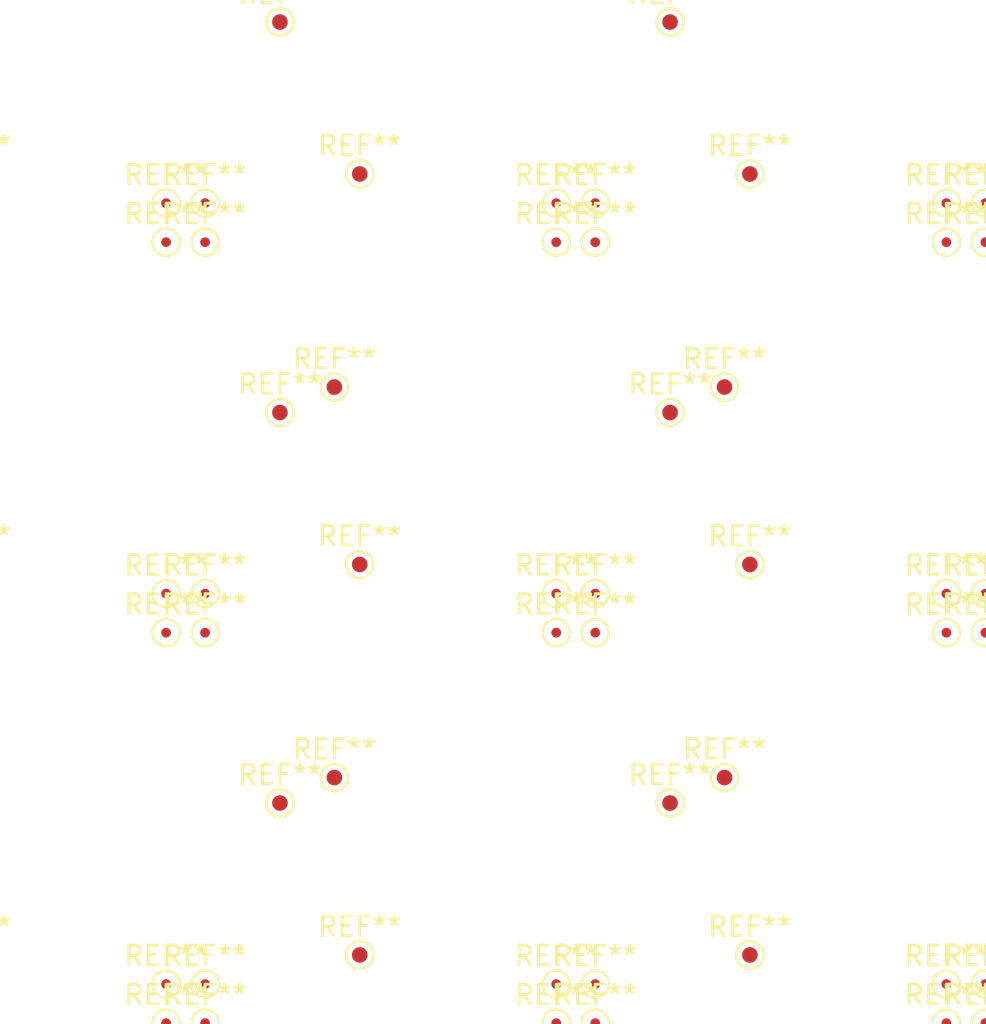
<source format=kicad_pcb>
(kicad_pcb (version 20171130) (host pcbnew 5.0.2-bee76a0~70~ubuntu18.04.1)

  (general
    (thickness 1.6)
    (drawings 18)
    (tracks 0)
    (zones 0)
    (modules 69)
    (nets 1)
  )

  (page A4)
  (layers
    (0 F.Cu signal hide)
    (31 B.Cu signal hide)
    (32 B.Adhes user hide)
    (33 F.Adhes user hide)
    (34 B.Paste user hide)
    (35 F.Paste user)
    (36 B.SilkS user hide)
    (37 F.SilkS user hide)
    (38 B.Mask user hide)
    (39 F.Mask user hide)
    (40 Dwgs.User user hide)
    (41 Cmts.User user hide)
    (42 Eco1.User user hide)
    (43 Eco2.User user hide)
    (44 Edge.Cuts user hide)
    (45 Margin user hide)
    (46 B.CrtYd user hide)
    (47 F.CrtYd user hide)
    (48 B.Fab user hide)
    (49 F.Fab user hide)
  )

  (setup
    (last_trace_width 0.25)
    (trace_clearance 0.2)
    (zone_clearance 0.508)
    (zone_45_only no)
    (trace_min 0.2)
    (segment_width 0.2)
    (edge_width 0.15)
    (via_size 0.8)
    (via_drill 0.4)
    (via_min_size 0.4)
    (via_min_drill 0.3)
    (uvia_size 0.3)
    (uvia_drill 0.1)
    (uvias_allowed no)
    (uvia_min_size 0.2)
    (uvia_min_drill 0.1)
    (pcb_text_width 0.3)
    (pcb_text_size 1.5 1.5)
    (mod_edge_width 0.15)
    (mod_text_size 1 1)
    (mod_text_width 0.15)
    (pad_size 0.8 0.8)
    (pad_drill 0)
    (pad_to_mask_clearance 0.051)
    (solder_mask_min_width 0.25)
    (aux_axis_origin 0 0)
    (visible_elements FFFFFF7F)
    (pcbplotparams
      (layerselection 0x00008_7ffffffe)
      (usegerberextensions false)
      (usegerberattributes false)
      (usegerberadvancedattributes false)
      (creategerberjobfile false)
      (excludeedgelayer true)
      (linewidth 0.100000)
      (plotframeref false)
      (viasonmask false)
      (mode 1)
      (useauxorigin false)
      (hpglpennumber 1)
      (hpglpenspeed 20)
      (hpglpendiameter 15.000000)
      (psnegative false)
      (psa4output false)
      (plotreference true)
      (plotvalue true)
      (plotinvisibletext false)
      (padsonsilk false)
      (subtractmaskfromsilk false)
      (outputformat 1)
      (mirror false)
      (drillshape 0)
      (scaleselection 1)
      (outputdirectory "stencil"))
  )

  (net 0 "")

  (net_class Default "This is the default net class."
    (clearance 0.2)
    (trace_width 0.25)
    (via_dia 0.8)
    (via_drill 0.4)
    (uvia_dia 0.3)
    (uvia_drill 0.1)
  )

  (module TestPoint:TestPoint_Pad_D1.0mm (layer F.Cu) (tedit 5D49AC62) (tstamp 5D49B534)
    (at 147.6274 98.41994)
    (descr "SMD pad as test Point, diameter 1.0mm")
    (tags "test point SMD pad")
    (attr virtual)
    (fp_text reference REF** (at 0 -1.448) (layer F.SilkS)
      (effects (font (size 1 1) (thickness 0.15)))
    )
    (fp_text value TestPoint_Pad_D1.0mm (at 0 1.55) (layer F.Fab)
      (effects (font (size 1 1) (thickness 0.15)))
    )
    (fp_circle (center 0 0) (end 0 0.7) (layer F.SilkS) (width 0.12))
    (fp_circle (center 0 0) (end 1 0) (layer F.CrtYd) (width 0.05))
    (fp_text user %R (at 0 -1.45) (layer F.Fab)
      (effects (font (size 1 1) (thickness 0.15)))
    )
    (pad 1 smd circle (at 0 0) (size 0.8 0.8) (layers F.Cu F.Paste))
  )

  (module TestPoint:TestPoint_Pad_D1.0mm (layer F.Cu) (tedit 5D49AB5E) (tstamp 5D49B52D)
    (at 141 91)
    (descr "SMD pad as test Point, diameter 1.0mm")
    (tags "test point SMD pad")
    (attr virtual)
    (fp_text reference REF** (at 0 -1.448) (layer F.SilkS)
      (effects (font (size 1 1) (thickness 0.15)))
    )
    (fp_text value TestPoint_Pad_D1.0mm (at 0 1.55) (layer F.Fab)
      (effects (font (size 1 1) (thickness 0.15)))
    )
    (fp_circle (center 0 0) (end 0 0.7) (layer F.SilkS) (width 0.12))
    (fp_circle (center 0 0) (end 1 0) (layer F.CrtYd) (width 0.05))
    (fp_text user %R (at 0 -1.45) (layer F.Fab)
      (effects (font (size 1 1) (thickness 0.15)))
    )
    (pad 1 smd circle (at 0 0) (size 0.5 0.5) (layers F.Cu F.Paste))
  )

  (module TestPoint:TestPoint_Pad_D1.0mm (layer F.Cu) (tedit 5D49AB5E) (tstamp 5D49B526)
    (at 139 91)
    (descr "SMD pad as test Point, diameter 1.0mm")
    (tags "test point SMD pad")
    (attr virtual)
    (fp_text reference REF** (at 0 -1.448) (layer F.SilkS)
      (effects (font (size 1 1) (thickness 0.15)))
    )
    (fp_text value TestPoint_Pad_D1.0mm (at 0 1.55) (layer F.Fab)
      (effects (font (size 1 1) (thickness 0.15)))
    )
    (fp_circle (center 0 0) (end 0 0.7) (layer F.SilkS) (width 0.12))
    (fp_circle (center 0 0) (end 1 0) (layer F.CrtYd) (width 0.05))
    (fp_text user %R (at 0 -1.45) (layer F.Fab)
      (effects (font (size 1 1) (thickness 0.15)))
    )
    (pad 1 smd circle (at 0 0) (size 0.5 0.5) (layers F.Cu F.Paste))
  )

  (module TestPoint:TestPoint_Pad_D1.0mm (layer F.Cu) (tedit 5D49AC6B) (tstamp 5D49B51F)
    (at 144.83594 79.72554)
    (descr "SMD pad as test Point, diameter 1.0mm")
    (tags "test point SMD pad")
    (attr virtual)
    (fp_text reference REF** (at 0 -1.448) (layer F.SilkS)
      (effects (font (size 1 1) (thickness 0.15)))
    )
    (fp_text value TestPoint_Pad_D1.0mm (at 0 1.55) (layer F.Fab)
      (effects (font (size 1 1) (thickness 0.15)))
    )
    (fp_circle (center 0 0) (end 0 0.7) (layer F.SilkS) (width 0.12))
    (fp_circle (center 0 0) (end 1 0) (layer F.CrtYd) (width 0.05))
    (fp_text user %R (at 0 -1.45) (layer F.Fab)
      (effects (font (size 1 1) (thickness 0.15)))
    )
    (pad 1 smd circle (at 0 0) (size 0.8 0.8) (layers F.Cu F.Paste))
  )

  (module TestPoint:TestPoint_Pad_D1.0mm (layer F.Cu) (tedit 5D49AB5E) (tstamp 5D49B518)
    (at 139 89)
    (descr "SMD pad as test Point, diameter 1.0mm")
    (tags "test point SMD pad")
    (attr virtual)
    (fp_text reference REF** (at 0 -1.448) (layer F.SilkS)
      (effects (font (size 1 1) (thickness 0.15)))
    )
    (fp_text value TestPoint_Pad_D1.0mm (at 0 1.55) (layer F.Fab)
      (effects (font (size 1 1) (thickness 0.15)))
    )
    (fp_circle (center 0 0) (end 0 0.7) (layer F.SilkS) (width 0.12))
    (fp_circle (center 0 0) (end 1 0) (layer F.CrtYd) (width 0.05))
    (fp_text user %R (at 0 -1.45) (layer F.Fab)
      (effects (font (size 1 1) (thickness 0.15)))
    )
    (pad 1 smd circle (at 0 0) (size 0.5 0.5) (layers F.Cu F.Paste))
  )

  (module TestPoint:TestPoint_Pad_D1.0mm (layer F.Cu) (tedit 5D49AB5E) (tstamp 5D49B511)
    (at 141 89)
    (descr "SMD pad as test Point, diameter 1.0mm")
    (tags "test point SMD pad")
    (attr virtual)
    (fp_text reference REF** (at 0 -1.448) (layer F.SilkS)
      (effects (font (size 1 1) (thickness 0.15)))
    )
    (fp_text value TestPoint_Pad_D1.0mm (at 0 1.55) (layer F.Fab)
      (effects (font (size 1 1) (thickness 0.15)))
    )
    (fp_text user %R (at 0 -1.45) (layer F.Fab)
      (effects (font (size 1 1) (thickness 0.15)))
    )
    (fp_circle (center 0 0) (end 1 0) (layer F.CrtYd) (width 0.05))
    (fp_circle (center 0 0) (end 0 0.7) (layer F.SilkS) (width 0.12))
    (pad 1 smd circle (at 0 0) (size 0.5 0.5) (layers F.Cu F.Paste))
  )

  (module TestPoint:TestPoint_Pad_D1.0mm (layer F.Cu) (tedit 5D49AC70) (tstamp 5D49B50A)
    (at 128.92792 87.50556)
    (descr "SMD pad as test Point, diameter 1.0mm")
    (tags "test point SMD pad")
    (attr virtual)
    (fp_text reference REF** (at 0 -1.448) (layer F.SilkS)
      (effects (font (size 1 1) (thickness 0.15)))
    )
    (fp_text value TestPoint_Pad_D1.0mm (at 0 1.55) (layer F.Fab)
      (effects (font (size 1 1) (thickness 0.15)))
    )
    (fp_circle (center 0 0) (end 0 0.7) (layer F.SilkS) (width 0.12))
    (fp_circle (center 0 0) (end 1 0) (layer F.CrtYd) (width 0.05))
    (fp_text user %R (at 0 -1.45) (layer F.Fab)
      (effects (font (size 1 1) (thickness 0.15)))
    )
    (pad 1 smd circle (at 0 0) (size 0.8 0.8) (layers F.Cu F.Paste))
  )

  (module TestPoint:TestPoint_Pad_D1.0mm (layer F.Cu) (tedit 5D49AC62) (tstamp 5D49B534)
    (at 127.6274 98.41994)
    (descr "SMD pad as test Point, diameter 1.0mm")
    (tags "test point SMD pad")
    (attr virtual)
    (fp_text reference REF** (at 0 -1.448) (layer F.SilkS)
      (effects (font (size 1 1) (thickness 0.15)))
    )
    (fp_text value TestPoint_Pad_D1.0mm (at 0 1.55) (layer F.Fab)
      (effects (font (size 1 1) (thickness 0.15)))
    )
    (fp_circle (center 0 0) (end 0 0.7) (layer F.SilkS) (width 0.12))
    (fp_circle (center 0 0) (end 1 0) (layer F.CrtYd) (width 0.05))
    (fp_text user %R (at 0 -1.45) (layer F.Fab)
      (effects (font (size 1 1) (thickness 0.15)))
    )
    (pad 1 smd circle (at 0 0) (size 0.8 0.8) (layers F.Cu F.Paste))
  )

  (module TestPoint:TestPoint_Pad_D1.0mm (layer F.Cu) (tedit 5D49AB5E) (tstamp 5D49B52D)
    (at 121 91)
    (descr "SMD pad as test Point, diameter 1.0mm")
    (tags "test point SMD pad")
    (attr virtual)
    (fp_text reference REF** (at 0 -1.448) (layer F.SilkS)
      (effects (font (size 1 1) (thickness 0.15)))
    )
    (fp_text value TestPoint_Pad_D1.0mm (at 0 1.55) (layer F.Fab)
      (effects (font (size 1 1) (thickness 0.15)))
    )
    (fp_circle (center 0 0) (end 0 0.7) (layer F.SilkS) (width 0.12))
    (fp_circle (center 0 0) (end 1 0) (layer F.CrtYd) (width 0.05))
    (fp_text user %R (at 0 -1.45) (layer F.Fab)
      (effects (font (size 1 1) (thickness 0.15)))
    )
    (pad 1 smd circle (at 0 0) (size 0.5 0.5) (layers F.Cu F.Paste))
  )

  (module TestPoint:TestPoint_Pad_D1.0mm (layer F.Cu) (tedit 5D49AB5E) (tstamp 5D49B526)
    (at 119 91)
    (descr "SMD pad as test Point, diameter 1.0mm")
    (tags "test point SMD pad")
    (attr virtual)
    (fp_text reference REF** (at 0 -1.448) (layer F.SilkS)
      (effects (font (size 1 1) (thickness 0.15)))
    )
    (fp_text value TestPoint_Pad_D1.0mm (at 0 1.55) (layer F.Fab)
      (effects (font (size 1 1) (thickness 0.15)))
    )
    (fp_circle (center 0 0) (end 0 0.7) (layer F.SilkS) (width 0.12))
    (fp_circle (center 0 0) (end 1 0) (layer F.CrtYd) (width 0.05))
    (fp_text user %R (at 0 -1.45) (layer F.Fab)
      (effects (font (size 1 1) (thickness 0.15)))
    )
    (pad 1 smd circle (at 0 0) (size 0.5 0.5) (layers F.Cu F.Paste))
  )

  (module TestPoint:TestPoint_Pad_D1.0mm (layer F.Cu) (tedit 5D49AC6B) (tstamp 5D49B51F)
    (at 124.83594 79.72554)
    (descr "SMD pad as test Point, diameter 1.0mm")
    (tags "test point SMD pad")
    (attr virtual)
    (fp_text reference REF** (at 0 -1.448) (layer F.SilkS)
      (effects (font (size 1 1) (thickness 0.15)))
    )
    (fp_text value TestPoint_Pad_D1.0mm (at 0 1.55) (layer F.Fab)
      (effects (font (size 1 1) (thickness 0.15)))
    )
    (fp_circle (center 0 0) (end 0 0.7) (layer F.SilkS) (width 0.12))
    (fp_circle (center 0 0) (end 1 0) (layer F.CrtYd) (width 0.05))
    (fp_text user %R (at 0 -1.45) (layer F.Fab)
      (effects (font (size 1 1) (thickness 0.15)))
    )
    (pad 1 smd circle (at 0 0) (size 0.8 0.8) (layers F.Cu F.Paste))
  )

  (module TestPoint:TestPoint_Pad_D1.0mm (layer F.Cu) (tedit 5D49AB5E) (tstamp 5D49B518)
    (at 119 89)
    (descr "SMD pad as test Point, diameter 1.0mm")
    (tags "test point SMD pad")
    (attr virtual)
    (fp_text reference REF** (at 0 -1.448) (layer F.SilkS)
      (effects (font (size 1 1) (thickness 0.15)))
    )
    (fp_text value TestPoint_Pad_D1.0mm (at 0 1.55) (layer F.Fab)
      (effects (font (size 1 1) (thickness 0.15)))
    )
    (fp_circle (center 0 0) (end 0 0.7) (layer F.SilkS) (width 0.12))
    (fp_circle (center 0 0) (end 1 0) (layer F.CrtYd) (width 0.05))
    (fp_text user %R (at 0 -1.45) (layer F.Fab)
      (effects (font (size 1 1) (thickness 0.15)))
    )
    (pad 1 smd circle (at 0 0) (size 0.5 0.5) (layers F.Cu F.Paste))
  )

  (module TestPoint:TestPoint_Pad_D1.0mm (layer F.Cu) (tedit 5D49AB5E) (tstamp 5D49B511)
    (at 121 89)
    (descr "SMD pad as test Point, diameter 1.0mm")
    (tags "test point SMD pad")
    (attr virtual)
    (fp_text reference REF** (at 0 -1.448) (layer F.SilkS)
      (effects (font (size 1 1) (thickness 0.15)))
    )
    (fp_text value TestPoint_Pad_D1.0mm (at 0 1.55) (layer F.Fab)
      (effects (font (size 1 1) (thickness 0.15)))
    )
    (fp_text user %R (at 0 -1.45) (layer F.Fab)
      (effects (font (size 1 1) (thickness 0.15)))
    )
    (fp_circle (center 0 0) (end 1 0) (layer F.CrtYd) (width 0.05))
    (fp_circle (center 0 0) (end 0 0.7) (layer F.SilkS) (width 0.12))
    (pad 1 smd circle (at 0 0) (size 0.5 0.5) (layers F.Cu F.Paste))
  )

  (module TestPoint:TestPoint_Pad_D1.0mm (layer F.Cu) (tedit 5D49AC70) (tstamp 5D49B50A)
    (at 108.92792 87.50556)
    (descr "SMD pad as test Point, diameter 1.0mm")
    (tags "test point SMD pad")
    (attr virtual)
    (fp_text reference REF** (at 0 -1.448) (layer F.SilkS)
      (effects (font (size 1 1) (thickness 0.15)))
    )
    (fp_text value TestPoint_Pad_D1.0mm (at 0 1.55) (layer F.Fab)
      (effects (font (size 1 1) (thickness 0.15)))
    )
    (fp_circle (center 0 0) (end 0 0.7) (layer F.SilkS) (width 0.12))
    (fp_circle (center 0 0) (end 1 0) (layer F.CrtYd) (width 0.05))
    (fp_text user %R (at 0 -1.45) (layer F.Fab)
      (effects (font (size 1 1) (thickness 0.15)))
    )
    (pad 1 smd circle (at 0 0) (size 0.8 0.8) (layers F.Cu F.Paste))
  )

  (module TestPoint:TestPoint_Pad_D1.0mm (layer F.Cu) (tedit 5D49AC62) (tstamp 5D49B534)
    (at 107.6274 98.41994)
    (descr "SMD pad as test Point, diameter 1.0mm")
    (tags "test point SMD pad")
    (attr virtual)
    (fp_text reference REF** (at 0 -1.448) (layer F.SilkS)
      (effects (font (size 1 1) (thickness 0.15)))
    )
    (fp_text value TestPoint_Pad_D1.0mm (at 0 1.55) (layer F.Fab)
      (effects (font (size 1 1) (thickness 0.15)))
    )
    (fp_circle (center 0 0) (end 0 0.7) (layer F.SilkS) (width 0.12))
    (fp_circle (center 0 0) (end 1 0) (layer F.CrtYd) (width 0.05))
    (fp_text user %R (at 0 -1.45) (layer F.Fab)
      (effects (font (size 1 1) (thickness 0.15)))
    )
    (pad 1 smd circle (at 0 0) (size 0.8 0.8) (layers F.Cu F.Paste))
  )

  (module TestPoint:TestPoint_Pad_D1.0mm (layer F.Cu) (tedit 5D49AB5E) (tstamp 5D49B52D)
    (at 101 91)
    (descr "SMD pad as test Point, diameter 1.0mm")
    (tags "test point SMD pad")
    (attr virtual)
    (fp_text reference REF** (at 0 -1.448) (layer F.SilkS)
      (effects (font (size 1 1) (thickness 0.15)))
    )
    (fp_text value TestPoint_Pad_D1.0mm (at 0 1.55) (layer F.Fab)
      (effects (font (size 1 1) (thickness 0.15)))
    )
    (fp_circle (center 0 0) (end 0 0.7) (layer F.SilkS) (width 0.12))
    (fp_circle (center 0 0) (end 1 0) (layer F.CrtYd) (width 0.05))
    (fp_text user %R (at 0 -1.45) (layer F.Fab)
      (effects (font (size 1 1) (thickness 0.15)))
    )
    (pad 1 smd circle (at 0 0) (size 0.5 0.5) (layers F.Cu F.Paste))
  )

  (module TestPoint:TestPoint_Pad_D1.0mm (layer F.Cu) (tedit 5D49AB5E) (tstamp 5D49B526)
    (at 99 91)
    (descr "SMD pad as test Point, diameter 1.0mm")
    (tags "test point SMD pad")
    (attr virtual)
    (fp_text reference REF** (at 0 -1.448) (layer F.SilkS)
      (effects (font (size 1 1) (thickness 0.15)))
    )
    (fp_text value TestPoint_Pad_D1.0mm (at 0 1.55) (layer F.Fab)
      (effects (font (size 1 1) (thickness 0.15)))
    )
    (fp_circle (center 0 0) (end 0 0.7) (layer F.SilkS) (width 0.12))
    (fp_circle (center 0 0) (end 1 0) (layer F.CrtYd) (width 0.05))
    (fp_text user %R (at 0 -1.45) (layer F.Fab)
      (effects (font (size 1 1) (thickness 0.15)))
    )
    (pad 1 smd circle (at 0 0) (size 0.5 0.5) (layers F.Cu F.Paste))
  )

  (module TestPoint:TestPoint_Pad_D1.0mm (layer F.Cu) (tedit 5D49AC6B) (tstamp 5D49B51F)
    (at 104.83594 79.72554)
    (descr "SMD pad as test Point, diameter 1.0mm")
    (tags "test point SMD pad")
    (attr virtual)
    (fp_text reference REF** (at 0 -1.448) (layer F.SilkS)
      (effects (font (size 1 1) (thickness 0.15)))
    )
    (fp_text value TestPoint_Pad_D1.0mm (at 0 1.55) (layer F.Fab)
      (effects (font (size 1 1) (thickness 0.15)))
    )
    (fp_circle (center 0 0) (end 0 0.7) (layer F.SilkS) (width 0.12))
    (fp_circle (center 0 0) (end 1 0) (layer F.CrtYd) (width 0.05))
    (fp_text user %R (at 0 -1.45) (layer F.Fab)
      (effects (font (size 1 1) (thickness 0.15)))
    )
    (pad 1 smd circle (at 0 0) (size 0.8 0.8) (layers F.Cu F.Paste))
  )

  (module TestPoint:TestPoint_Pad_D1.0mm (layer F.Cu) (tedit 5D49AB5E) (tstamp 5D49B518)
    (at 99 89)
    (descr "SMD pad as test Point, diameter 1.0mm")
    (tags "test point SMD pad")
    (attr virtual)
    (fp_text reference REF** (at 0 -1.448) (layer F.SilkS)
      (effects (font (size 1 1) (thickness 0.15)))
    )
    (fp_text value TestPoint_Pad_D1.0mm (at 0 1.55) (layer F.Fab)
      (effects (font (size 1 1) (thickness 0.15)))
    )
    (fp_circle (center 0 0) (end 0 0.7) (layer F.SilkS) (width 0.12))
    (fp_circle (center 0 0) (end 1 0) (layer F.CrtYd) (width 0.05))
    (fp_text user %R (at 0 -1.45) (layer F.Fab)
      (effects (font (size 1 1) (thickness 0.15)))
    )
    (pad 1 smd circle (at 0 0) (size 0.5 0.5) (layers F.Cu F.Paste))
  )

  (module TestPoint:TestPoint_Pad_D1.0mm (layer F.Cu) (tedit 5D49AB5E) (tstamp 5D49B511)
    (at 101 89)
    (descr "SMD pad as test Point, diameter 1.0mm")
    (tags "test point SMD pad")
    (attr virtual)
    (fp_text reference REF** (at 0 -1.448) (layer F.SilkS)
      (effects (font (size 1 1) (thickness 0.15)))
    )
    (fp_text value TestPoint_Pad_D1.0mm (at 0 1.55) (layer F.Fab)
      (effects (font (size 1 1) (thickness 0.15)))
    )
    (fp_text user %R (at 0 -1.45) (layer F.Fab)
      (effects (font (size 1 1) (thickness 0.15)))
    )
    (fp_circle (center 0 0) (end 1 0) (layer F.CrtYd) (width 0.05))
    (fp_circle (center 0 0) (end 0 0.7) (layer F.SilkS) (width 0.12))
    (pad 1 smd circle (at 0 0) (size 0.5 0.5) (layers F.Cu F.Paste))
  )

  (module TestPoint:TestPoint_Pad_D1.0mm (layer F.Cu) (tedit 5D49AC70) (tstamp 5D49B50A)
    (at 88.92792 87.50556)
    (descr "SMD pad as test Point, diameter 1.0mm")
    (tags "test point SMD pad")
    (attr virtual)
    (fp_text reference REF** (at 0 -1.448) (layer F.SilkS)
      (effects (font (size 1 1) (thickness 0.15)))
    )
    (fp_text value TestPoint_Pad_D1.0mm (at 0 1.55) (layer F.Fab)
      (effects (font (size 1 1) (thickness 0.15)))
    )
    (fp_circle (center 0 0) (end 0 0.7) (layer F.SilkS) (width 0.12))
    (fp_circle (center 0 0) (end 1 0) (layer F.CrtYd) (width 0.05))
    (fp_text user %R (at 0 -1.45) (layer F.Fab)
      (effects (font (size 1 1) (thickness 0.15)))
    )
    (pad 1 smd circle (at 0 0) (size 0.8 0.8) (layers F.Cu F.Paste))
  )

  (module TestPoint:TestPoint_Pad_D1.0mm (layer F.Cu) (tedit 5D49AC62) (tstamp 5D49B534)
    (at 147.6274 78.41994)
    (descr "SMD pad as test Point, diameter 1.0mm")
    (tags "test point SMD pad")
    (attr virtual)
    (fp_text reference REF** (at 0 -1.448) (layer F.SilkS)
      (effects (font (size 1 1) (thickness 0.15)))
    )
    (fp_text value TestPoint_Pad_D1.0mm (at 0 1.55) (layer F.Fab)
      (effects (font (size 1 1) (thickness 0.15)))
    )
    (fp_circle (center 0 0) (end 0 0.7) (layer F.SilkS) (width 0.12))
    (fp_circle (center 0 0) (end 1 0) (layer F.CrtYd) (width 0.05))
    (fp_text user %R (at 0 -1.45) (layer F.Fab)
      (effects (font (size 1 1) (thickness 0.15)))
    )
    (pad 1 smd circle (at 0 0) (size 0.8 0.8) (layers F.Cu F.Paste))
  )

  (module TestPoint:TestPoint_Pad_D1.0mm (layer F.Cu) (tedit 5D49AB5E) (tstamp 5D49B52D)
    (at 141 71)
    (descr "SMD pad as test Point, diameter 1.0mm")
    (tags "test point SMD pad")
    (attr virtual)
    (fp_text reference REF** (at 0 -1.448) (layer F.SilkS)
      (effects (font (size 1 1) (thickness 0.15)))
    )
    (fp_text value TestPoint_Pad_D1.0mm (at 0 1.55) (layer F.Fab)
      (effects (font (size 1 1) (thickness 0.15)))
    )
    (fp_circle (center 0 0) (end 0 0.7) (layer F.SilkS) (width 0.12))
    (fp_circle (center 0 0) (end 1 0) (layer F.CrtYd) (width 0.05))
    (fp_text user %R (at 0 -1.45) (layer F.Fab)
      (effects (font (size 1 1) (thickness 0.15)))
    )
    (pad 1 smd circle (at 0 0) (size 0.5 0.5) (layers F.Cu F.Paste))
  )

  (module TestPoint:TestPoint_Pad_D1.0mm (layer F.Cu) (tedit 5D49AB5E) (tstamp 5D49B526)
    (at 139 71)
    (descr "SMD pad as test Point, diameter 1.0mm")
    (tags "test point SMD pad")
    (attr virtual)
    (fp_text reference REF** (at 0 -1.448) (layer F.SilkS)
      (effects (font (size 1 1) (thickness 0.15)))
    )
    (fp_text value TestPoint_Pad_D1.0mm (at 0 1.55) (layer F.Fab)
      (effects (font (size 1 1) (thickness 0.15)))
    )
    (fp_circle (center 0 0) (end 0 0.7) (layer F.SilkS) (width 0.12))
    (fp_circle (center 0 0) (end 1 0) (layer F.CrtYd) (width 0.05))
    (fp_text user %R (at 0 -1.45) (layer F.Fab)
      (effects (font (size 1 1) (thickness 0.15)))
    )
    (pad 1 smd circle (at 0 0) (size 0.5 0.5) (layers F.Cu F.Paste))
  )

  (module TestPoint:TestPoint_Pad_D1.0mm (layer F.Cu) (tedit 5D49AC6B) (tstamp 5D49B51F)
    (at 144.83594 59.72554)
    (descr "SMD pad as test Point, diameter 1.0mm")
    (tags "test point SMD pad")
    (attr virtual)
    (fp_text reference REF** (at 0 -1.448) (layer F.SilkS)
      (effects (font (size 1 1) (thickness 0.15)))
    )
    (fp_text value TestPoint_Pad_D1.0mm (at 0 1.55) (layer F.Fab)
      (effects (font (size 1 1) (thickness 0.15)))
    )
    (fp_circle (center 0 0) (end 0 0.7) (layer F.SilkS) (width 0.12))
    (fp_circle (center 0 0) (end 1 0) (layer F.CrtYd) (width 0.05))
    (fp_text user %R (at 0 -1.45) (layer F.Fab)
      (effects (font (size 1 1) (thickness 0.15)))
    )
    (pad 1 smd circle (at 0 0) (size 0.8 0.8) (layers F.Cu F.Paste))
  )

  (module TestPoint:TestPoint_Pad_D1.0mm (layer F.Cu) (tedit 5D49AB5E) (tstamp 5D49B518)
    (at 139 69)
    (descr "SMD pad as test Point, diameter 1.0mm")
    (tags "test point SMD pad")
    (attr virtual)
    (fp_text reference REF** (at 0 -1.448) (layer F.SilkS)
      (effects (font (size 1 1) (thickness 0.15)))
    )
    (fp_text value TestPoint_Pad_D1.0mm (at 0 1.55) (layer F.Fab)
      (effects (font (size 1 1) (thickness 0.15)))
    )
    (fp_circle (center 0 0) (end 0 0.7) (layer F.SilkS) (width 0.12))
    (fp_circle (center 0 0) (end 1 0) (layer F.CrtYd) (width 0.05))
    (fp_text user %R (at 0 -1.45) (layer F.Fab)
      (effects (font (size 1 1) (thickness 0.15)))
    )
    (pad 1 smd circle (at 0 0) (size 0.5 0.5) (layers F.Cu F.Paste))
  )

  (module TestPoint:TestPoint_Pad_D1.0mm (layer F.Cu) (tedit 5D49AB5E) (tstamp 5D49B511)
    (at 141 69)
    (descr "SMD pad as test Point, diameter 1.0mm")
    (tags "test point SMD pad")
    (attr virtual)
    (fp_text reference REF** (at 0 -1.448) (layer F.SilkS)
      (effects (font (size 1 1) (thickness 0.15)))
    )
    (fp_text value TestPoint_Pad_D1.0mm (at 0 1.55) (layer F.Fab)
      (effects (font (size 1 1) (thickness 0.15)))
    )
    (fp_text user %R (at 0 -1.45) (layer F.Fab)
      (effects (font (size 1 1) (thickness 0.15)))
    )
    (fp_circle (center 0 0) (end 1 0) (layer F.CrtYd) (width 0.05))
    (fp_circle (center 0 0) (end 0 0.7) (layer F.SilkS) (width 0.12))
    (pad 1 smd circle (at 0 0) (size 0.5 0.5) (layers F.Cu F.Paste))
  )

  (module TestPoint:TestPoint_Pad_D1.0mm (layer F.Cu) (tedit 5D49AC70) (tstamp 5D49B50A)
    (at 128.92792 67.50556)
    (descr "SMD pad as test Point, diameter 1.0mm")
    (tags "test point SMD pad")
    (attr virtual)
    (fp_text reference REF** (at 0 -1.448) (layer F.SilkS)
      (effects (font (size 1 1) (thickness 0.15)))
    )
    (fp_text value TestPoint_Pad_D1.0mm (at 0 1.55) (layer F.Fab)
      (effects (font (size 1 1) (thickness 0.15)))
    )
    (fp_circle (center 0 0) (end 0 0.7) (layer F.SilkS) (width 0.12))
    (fp_circle (center 0 0) (end 1 0) (layer F.CrtYd) (width 0.05))
    (fp_text user %R (at 0 -1.45) (layer F.Fab)
      (effects (font (size 1 1) (thickness 0.15)))
    )
    (pad 1 smd circle (at 0 0) (size 0.8 0.8) (layers F.Cu F.Paste))
  )

  (module TestPoint:TestPoint_Pad_D1.0mm (layer F.Cu) (tedit 5D49AC62) (tstamp 5D49B534)
    (at 127.6274 78.41994)
    (descr "SMD pad as test Point, diameter 1.0mm")
    (tags "test point SMD pad")
    (attr virtual)
    (fp_text reference REF** (at 0 -1.448) (layer F.SilkS)
      (effects (font (size 1 1) (thickness 0.15)))
    )
    (fp_text value TestPoint_Pad_D1.0mm (at 0 1.55) (layer F.Fab)
      (effects (font (size 1 1) (thickness 0.15)))
    )
    (fp_circle (center 0 0) (end 0 0.7) (layer F.SilkS) (width 0.12))
    (fp_circle (center 0 0) (end 1 0) (layer F.CrtYd) (width 0.05))
    (fp_text user %R (at 0 -1.45) (layer F.Fab)
      (effects (font (size 1 1) (thickness 0.15)))
    )
    (pad 1 smd circle (at 0 0) (size 0.8 0.8) (layers F.Cu F.Paste))
  )

  (module TestPoint:TestPoint_Pad_D1.0mm (layer F.Cu) (tedit 5D49AB5E) (tstamp 5D49B52D)
    (at 121 71)
    (descr "SMD pad as test Point, diameter 1.0mm")
    (tags "test point SMD pad")
    (attr virtual)
    (fp_text reference REF** (at 0 -1.448) (layer F.SilkS)
      (effects (font (size 1 1) (thickness 0.15)))
    )
    (fp_text value TestPoint_Pad_D1.0mm (at 0 1.55) (layer F.Fab)
      (effects (font (size 1 1) (thickness 0.15)))
    )
    (fp_circle (center 0 0) (end 0 0.7) (layer F.SilkS) (width 0.12))
    (fp_circle (center 0 0) (end 1 0) (layer F.CrtYd) (width 0.05))
    (fp_text user %R (at 0 -1.45) (layer F.Fab)
      (effects (font (size 1 1) (thickness 0.15)))
    )
    (pad 1 smd circle (at 0 0) (size 0.5 0.5) (layers F.Cu F.Paste))
  )

  (module TestPoint:TestPoint_Pad_D1.0mm (layer F.Cu) (tedit 5D49AB5E) (tstamp 5D49B526)
    (at 119 71)
    (descr "SMD pad as test Point, diameter 1.0mm")
    (tags "test point SMD pad")
    (attr virtual)
    (fp_text reference REF** (at 0 -1.448) (layer F.SilkS)
      (effects (font (size 1 1) (thickness 0.15)))
    )
    (fp_text value TestPoint_Pad_D1.0mm (at 0 1.55) (layer F.Fab)
      (effects (font (size 1 1) (thickness 0.15)))
    )
    (fp_circle (center 0 0) (end 0 0.7) (layer F.SilkS) (width 0.12))
    (fp_circle (center 0 0) (end 1 0) (layer F.CrtYd) (width 0.05))
    (fp_text user %R (at 0 -1.45) (layer F.Fab)
      (effects (font (size 1 1) (thickness 0.15)))
    )
    (pad 1 smd circle (at 0 0) (size 0.5 0.5) (layers F.Cu F.Paste))
  )

  (module TestPoint:TestPoint_Pad_D1.0mm (layer F.Cu) (tedit 5D49AC6B) (tstamp 5D49B51F)
    (at 124.83594 59.72554)
    (descr "SMD pad as test Point, diameter 1.0mm")
    (tags "test point SMD pad")
    (attr virtual)
    (fp_text reference REF** (at 0 -1.448) (layer F.SilkS)
      (effects (font (size 1 1) (thickness 0.15)))
    )
    (fp_text value TestPoint_Pad_D1.0mm (at 0 1.55) (layer F.Fab)
      (effects (font (size 1 1) (thickness 0.15)))
    )
    (fp_circle (center 0 0) (end 0 0.7) (layer F.SilkS) (width 0.12))
    (fp_circle (center 0 0) (end 1 0) (layer F.CrtYd) (width 0.05))
    (fp_text user %R (at 0 -1.45) (layer F.Fab)
      (effects (font (size 1 1) (thickness 0.15)))
    )
    (pad 1 smd circle (at 0 0) (size 0.8 0.8) (layers F.Cu F.Paste))
  )

  (module TestPoint:TestPoint_Pad_D1.0mm (layer F.Cu) (tedit 5D49AB5E) (tstamp 5D49B518)
    (at 119 69)
    (descr "SMD pad as test Point, diameter 1.0mm")
    (tags "test point SMD pad")
    (attr virtual)
    (fp_text reference REF** (at 0 -1.448) (layer F.SilkS)
      (effects (font (size 1 1) (thickness 0.15)))
    )
    (fp_text value TestPoint_Pad_D1.0mm (at 0 1.55) (layer F.Fab)
      (effects (font (size 1 1) (thickness 0.15)))
    )
    (fp_circle (center 0 0) (end 0 0.7) (layer F.SilkS) (width 0.12))
    (fp_circle (center 0 0) (end 1 0) (layer F.CrtYd) (width 0.05))
    (fp_text user %R (at 0 -1.45) (layer F.Fab)
      (effects (font (size 1 1) (thickness 0.15)))
    )
    (pad 1 smd circle (at 0 0) (size 0.5 0.5) (layers F.Cu F.Paste))
  )

  (module TestPoint:TestPoint_Pad_D1.0mm (layer F.Cu) (tedit 5D49AB5E) (tstamp 5D49B511)
    (at 121 69)
    (descr "SMD pad as test Point, diameter 1.0mm")
    (tags "test point SMD pad")
    (attr virtual)
    (fp_text reference REF** (at 0 -1.448) (layer F.SilkS)
      (effects (font (size 1 1) (thickness 0.15)))
    )
    (fp_text value TestPoint_Pad_D1.0mm (at 0 1.55) (layer F.Fab)
      (effects (font (size 1 1) (thickness 0.15)))
    )
    (fp_text user %R (at 0 -1.45) (layer F.Fab)
      (effects (font (size 1 1) (thickness 0.15)))
    )
    (fp_circle (center 0 0) (end 1 0) (layer F.CrtYd) (width 0.05))
    (fp_circle (center 0 0) (end 0 0.7) (layer F.SilkS) (width 0.12))
    (pad 1 smd circle (at 0 0) (size 0.5 0.5) (layers F.Cu F.Paste))
  )

  (module TestPoint:TestPoint_Pad_D1.0mm (layer F.Cu) (tedit 5D49AC70) (tstamp 5D49B50A)
    (at 108.92792 67.50556)
    (descr "SMD pad as test Point, diameter 1.0mm")
    (tags "test point SMD pad")
    (attr virtual)
    (fp_text reference REF** (at 0 -1.448) (layer F.SilkS)
      (effects (font (size 1 1) (thickness 0.15)))
    )
    (fp_text value TestPoint_Pad_D1.0mm (at 0 1.55) (layer F.Fab)
      (effects (font (size 1 1) (thickness 0.15)))
    )
    (fp_circle (center 0 0) (end 0 0.7) (layer F.SilkS) (width 0.12))
    (fp_circle (center 0 0) (end 1 0) (layer F.CrtYd) (width 0.05))
    (fp_text user %R (at 0 -1.45) (layer F.Fab)
      (effects (font (size 1 1) (thickness 0.15)))
    )
    (pad 1 smd circle (at 0 0) (size 0.8 0.8) (layers F.Cu F.Paste))
  )

  (module TestPoint:TestPoint_Pad_D1.0mm (layer F.Cu) (tedit 5D49AC62) (tstamp 5D49B534)
    (at 107.6274 78.41994)
    (descr "SMD pad as test Point, diameter 1.0mm")
    (tags "test point SMD pad")
    (attr virtual)
    (fp_text reference REF** (at 0 -1.448) (layer F.SilkS)
      (effects (font (size 1 1) (thickness 0.15)))
    )
    (fp_text value TestPoint_Pad_D1.0mm (at 0 1.55) (layer F.Fab)
      (effects (font (size 1 1) (thickness 0.15)))
    )
    (fp_circle (center 0 0) (end 0 0.7) (layer F.SilkS) (width 0.12))
    (fp_circle (center 0 0) (end 1 0) (layer F.CrtYd) (width 0.05))
    (fp_text user %R (at 0 -1.45) (layer F.Fab)
      (effects (font (size 1 1) (thickness 0.15)))
    )
    (pad 1 smd circle (at 0 0) (size 0.8 0.8) (layers F.Cu F.Paste))
  )

  (module TestPoint:TestPoint_Pad_D1.0mm (layer F.Cu) (tedit 5D49AB5E) (tstamp 5D49B52D)
    (at 101 71)
    (descr "SMD pad as test Point, diameter 1.0mm")
    (tags "test point SMD pad")
    (attr virtual)
    (fp_text reference REF** (at 0 -1.448) (layer F.SilkS)
      (effects (font (size 1 1) (thickness 0.15)))
    )
    (fp_text value TestPoint_Pad_D1.0mm (at 0 1.55) (layer F.Fab)
      (effects (font (size 1 1) (thickness 0.15)))
    )
    (fp_circle (center 0 0) (end 0 0.7) (layer F.SilkS) (width 0.12))
    (fp_circle (center 0 0) (end 1 0) (layer F.CrtYd) (width 0.05))
    (fp_text user %R (at 0 -1.45) (layer F.Fab)
      (effects (font (size 1 1) (thickness 0.15)))
    )
    (pad 1 smd circle (at 0 0) (size 0.5 0.5) (layers F.Cu F.Paste))
  )

  (module TestPoint:TestPoint_Pad_D1.0mm (layer F.Cu) (tedit 5D49AB5E) (tstamp 5D49B526)
    (at 99 71)
    (descr "SMD pad as test Point, diameter 1.0mm")
    (tags "test point SMD pad")
    (attr virtual)
    (fp_text reference REF** (at 0 -1.448) (layer F.SilkS)
      (effects (font (size 1 1) (thickness 0.15)))
    )
    (fp_text value TestPoint_Pad_D1.0mm (at 0 1.55) (layer F.Fab)
      (effects (font (size 1 1) (thickness 0.15)))
    )
    (fp_circle (center 0 0) (end 0 0.7) (layer F.SilkS) (width 0.12))
    (fp_circle (center 0 0) (end 1 0) (layer F.CrtYd) (width 0.05))
    (fp_text user %R (at 0 -1.45) (layer F.Fab)
      (effects (font (size 1 1) (thickness 0.15)))
    )
    (pad 1 smd circle (at 0 0) (size 0.5 0.5) (layers F.Cu F.Paste))
  )

  (module TestPoint:TestPoint_Pad_D1.0mm (layer F.Cu) (tedit 5D49AC6B) (tstamp 5D49B51F)
    (at 104.83594 59.72554)
    (descr "SMD pad as test Point, diameter 1.0mm")
    (tags "test point SMD pad")
    (attr virtual)
    (fp_text reference REF** (at 0 -1.448) (layer F.SilkS)
      (effects (font (size 1 1) (thickness 0.15)))
    )
    (fp_text value TestPoint_Pad_D1.0mm (at 0 1.55) (layer F.Fab)
      (effects (font (size 1 1) (thickness 0.15)))
    )
    (fp_circle (center 0 0) (end 0 0.7) (layer F.SilkS) (width 0.12))
    (fp_circle (center 0 0) (end 1 0) (layer F.CrtYd) (width 0.05))
    (fp_text user %R (at 0 -1.45) (layer F.Fab)
      (effects (font (size 1 1) (thickness 0.15)))
    )
    (pad 1 smd circle (at 0 0) (size 0.8 0.8) (layers F.Cu F.Paste))
  )

  (module TestPoint:TestPoint_Pad_D1.0mm (layer F.Cu) (tedit 5D49AB5E) (tstamp 5D49B518)
    (at 99 69)
    (descr "SMD pad as test Point, diameter 1.0mm")
    (tags "test point SMD pad")
    (attr virtual)
    (fp_text reference REF** (at 0 -1.448) (layer F.SilkS)
      (effects (font (size 1 1) (thickness 0.15)))
    )
    (fp_text value TestPoint_Pad_D1.0mm (at 0 1.55) (layer F.Fab)
      (effects (font (size 1 1) (thickness 0.15)))
    )
    (fp_circle (center 0 0) (end 0 0.7) (layer F.SilkS) (width 0.12))
    (fp_circle (center 0 0) (end 1 0) (layer F.CrtYd) (width 0.05))
    (fp_text user %R (at 0 -1.45) (layer F.Fab)
      (effects (font (size 1 1) (thickness 0.15)))
    )
    (pad 1 smd circle (at 0 0) (size 0.5 0.5) (layers F.Cu F.Paste))
  )

  (module TestPoint:TestPoint_Pad_D1.0mm (layer F.Cu) (tedit 5D49AB5E) (tstamp 5D49B511)
    (at 101 69)
    (descr "SMD pad as test Point, diameter 1.0mm")
    (tags "test point SMD pad")
    (attr virtual)
    (fp_text reference REF** (at 0 -1.448) (layer F.SilkS)
      (effects (font (size 1 1) (thickness 0.15)))
    )
    (fp_text value TestPoint_Pad_D1.0mm (at 0 1.55) (layer F.Fab)
      (effects (font (size 1 1) (thickness 0.15)))
    )
    (fp_text user %R (at 0 -1.45) (layer F.Fab)
      (effects (font (size 1 1) (thickness 0.15)))
    )
    (fp_circle (center 0 0) (end 1 0) (layer F.CrtYd) (width 0.05))
    (fp_circle (center 0 0) (end 0 0.7) (layer F.SilkS) (width 0.12))
    (pad 1 smd circle (at 0 0) (size 0.5 0.5) (layers F.Cu F.Paste))
  )

  (module TestPoint:TestPoint_Pad_D1.0mm (layer F.Cu) (tedit 5D49AC70) (tstamp 5D49B50A)
    (at 88.92792 67.50556)
    (descr "SMD pad as test Point, diameter 1.0mm")
    (tags "test point SMD pad")
    (attr virtual)
    (fp_text reference REF** (at 0 -1.448) (layer F.SilkS)
      (effects (font (size 1 1) (thickness 0.15)))
    )
    (fp_text value TestPoint_Pad_D1.0mm (at 0 1.55) (layer F.Fab)
      (effects (font (size 1 1) (thickness 0.15)))
    )
    (fp_circle (center 0 0) (end 0 0.7) (layer F.SilkS) (width 0.12))
    (fp_circle (center 0 0) (end 1 0) (layer F.CrtYd) (width 0.05))
    (fp_text user %R (at 0 -1.45) (layer F.Fab)
      (effects (font (size 1 1) (thickness 0.15)))
    )
    (pad 1 smd circle (at 0 0) (size 0.8 0.8) (layers F.Cu F.Paste))
  )

  (module TestPoint:TestPoint_Pad_D1.0mm (layer F.Cu) (tedit 5D49AC62) (tstamp 5D49B534)
    (at 147.6274 58.41994)
    (descr "SMD pad as test Point, diameter 1.0mm")
    (tags "test point SMD pad")
    (attr virtual)
    (fp_text reference REF** (at 0 -1.448) (layer F.SilkS)
      (effects (font (size 1 1) (thickness 0.15)))
    )
    (fp_text value TestPoint_Pad_D1.0mm (at 0 1.55) (layer F.Fab)
      (effects (font (size 1 1) (thickness 0.15)))
    )
    (fp_circle (center 0 0) (end 0 0.7) (layer F.SilkS) (width 0.12))
    (fp_circle (center 0 0) (end 1 0) (layer F.CrtYd) (width 0.05))
    (fp_text user %R (at 0 -1.45) (layer F.Fab)
      (effects (font (size 1 1) (thickness 0.15)))
    )
    (pad 1 smd circle (at 0 0) (size 0.8 0.8) (layers F.Cu F.Paste))
  )

  (module TestPoint:TestPoint_Pad_D1.0mm (layer F.Cu) (tedit 5D49AB5E) (tstamp 5D49B52D)
    (at 141 51)
    (descr "SMD pad as test Point, diameter 1.0mm")
    (tags "test point SMD pad")
    (attr virtual)
    (fp_text reference REF** (at 0 -1.448) (layer F.SilkS)
      (effects (font (size 1 1) (thickness 0.15)))
    )
    (fp_text value TestPoint_Pad_D1.0mm (at 0 1.55) (layer F.Fab)
      (effects (font (size 1 1) (thickness 0.15)))
    )
    (fp_circle (center 0 0) (end 0 0.7) (layer F.SilkS) (width 0.12))
    (fp_circle (center 0 0) (end 1 0) (layer F.CrtYd) (width 0.05))
    (fp_text user %R (at 0 -1.45) (layer F.Fab)
      (effects (font (size 1 1) (thickness 0.15)))
    )
    (pad 1 smd circle (at 0 0) (size 0.5 0.5) (layers F.Cu F.Paste))
  )

  (module TestPoint:TestPoint_Pad_D1.0mm (layer F.Cu) (tedit 5D49AB5E) (tstamp 5D49B526)
    (at 139 51)
    (descr "SMD pad as test Point, diameter 1.0mm")
    (tags "test point SMD pad")
    (attr virtual)
    (fp_text reference REF** (at 0 -1.448) (layer F.SilkS)
      (effects (font (size 1 1) (thickness 0.15)))
    )
    (fp_text value TestPoint_Pad_D1.0mm (at 0 1.55) (layer F.Fab)
      (effects (font (size 1 1) (thickness 0.15)))
    )
    (fp_circle (center 0 0) (end 0 0.7) (layer F.SilkS) (width 0.12))
    (fp_circle (center 0 0) (end 1 0) (layer F.CrtYd) (width 0.05))
    (fp_text user %R (at 0 -1.45) (layer F.Fab)
      (effects (font (size 1 1) (thickness 0.15)))
    )
    (pad 1 smd circle (at 0 0) (size 0.5 0.5) (layers F.Cu F.Paste))
  )

  (module TestPoint:TestPoint_Pad_D1.0mm (layer F.Cu) (tedit 5D49AC6B) (tstamp 5D49B51F)
    (at 144.83594 39.72554)
    (descr "SMD pad as test Point, diameter 1.0mm")
    (tags "test point SMD pad")
    (attr virtual)
    (fp_text reference REF** (at 0 -1.448) (layer F.SilkS)
      (effects (font (size 1 1) (thickness 0.15)))
    )
    (fp_text value TestPoint_Pad_D1.0mm (at 0 1.55) (layer F.Fab)
      (effects (font (size 1 1) (thickness 0.15)))
    )
    (fp_circle (center 0 0) (end 0 0.7) (layer F.SilkS) (width 0.12))
    (fp_circle (center 0 0) (end 1 0) (layer F.CrtYd) (width 0.05))
    (fp_text user %R (at 0 -1.45) (layer F.Fab)
      (effects (font (size 1 1) (thickness 0.15)))
    )
    (pad 1 smd circle (at 0 0) (size 0.8 0.8) (layers F.Cu F.Paste))
  )

  (module TestPoint:TestPoint_Pad_D1.0mm (layer F.Cu) (tedit 5D49AB5E) (tstamp 5D49B518)
    (at 139 49)
    (descr "SMD pad as test Point, diameter 1.0mm")
    (tags "test point SMD pad")
    (attr virtual)
    (fp_text reference REF** (at 0 -1.448) (layer F.SilkS)
      (effects (font (size 1 1) (thickness 0.15)))
    )
    (fp_text value TestPoint_Pad_D1.0mm (at 0 1.55) (layer F.Fab)
      (effects (font (size 1 1) (thickness 0.15)))
    )
    (fp_circle (center 0 0) (end 0 0.7) (layer F.SilkS) (width 0.12))
    (fp_circle (center 0 0) (end 1 0) (layer F.CrtYd) (width 0.05))
    (fp_text user %R (at 0 -1.45) (layer F.Fab)
      (effects (font (size 1 1) (thickness 0.15)))
    )
    (pad 1 smd circle (at 0 0) (size 0.5 0.5) (layers F.Cu F.Paste))
  )

  (module TestPoint:TestPoint_Pad_D1.0mm (layer F.Cu) (tedit 5D49AB5E) (tstamp 5D49B511)
    (at 141 49)
    (descr "SMD pad as test Point, diameter 1.0mm")
    (tags "test point SMD pad")
    (attr virtual)
    (fp_text reference REF** (at 0 -1.448) (layer F.SilkS)
      (effects (font (size 1 1) (thickness 0.15)))
    )
    (fp_text value TestPoint_Pad_D1.0mm (at 0 1.55) (layer F.Fab)
      (effects (font (size 1 1) (thickness 0.15)))
    )
    (fp_text user %R (at 0 -1.45) (layer F.Fab)
      (effects (font (size 1 1) (thickness 0.15)))
    )
    (fp_circle (center 0 0) (end 1 0) (layer F.CrtYd) (width 0.05))
    (fp_circle (center 0 0) (end 0 0.7) (layer F.SilkS) (width 0.12))
    (pad 1 smd circle (at 0 0) (size 0.5 0.5) (layers F.Cu F.Paste))
  )

  (module TestPoint:TestPoint_Pad_D1.0mm (layer F.Cu) (tedit 5D49AC70) (tstamp 5D49B50A)
    (at 128.92792 47.50556)
    (descr "SMD pad as test Point, diameter 1.0mm")
    (tags "test point SMD pad")
    (attr virtual)
    (fp_text reference REF** (at 0 -1.448) (layer F.SilkS)
      (effects (font (size 1 1) (thickness 0.15)))
    )
    (fp_text value TestPoint_Pad_D1.0mm (at 0 1.55) (layer F.Fab)
      (effects (font (size 1 1) (thickness 0.15)))
    )
    (fp_circle (center 0 0) (end 0 0.7) (layer F.SilkS) (width 0.12))
    (fp_circle (center 0 0) (end 1 0) (layer F.CrtYd) (width 0.05))
    (fp_text user %R (at 0 -1.45) (layer F.Fab)
      (effects (font (size 1 1) (thickness 0.15)))
    )
    (pad 1 smd circle (at 0 0) (size 0.8 0.8) (layers F.Cu F.Paste))
  )

  (module TestPoint:TestPoint_Pad_D1.0mm (layer F.Cu) (tedit 5D49AC62) (tstamp 5D49B534)
    (at 127.6274 58.41994)
    (descr "SMD pad as test Point, diameter 1.0mm")
    (tags "test point SMD pad")
    (attr virtual)
    (fp_text reference REF** (at 0 -1.448) (layer F.SilkS)
      (effects (font (size 1 1) (thickness 0.15)))
    )
    (fp_text value TestPoint_Pad_D1.0mm (at 0 1.55) (layer F.Fab)
      (effects (font (size 1 1) (thickness 0.15)))
    )
    (fp_circle (center 0 0) (end 0 0.7) (layer F.SilkS) (width 0.12))
    (fp_circle (center 0 0) (end 1 0) (layer F.CrtYd) (width 0.05))
    (fp_text user %R (at 0 -1.45) (layer F.Fab)
      (effects (font (size 1 1) (thickness 0.15)))
    )
    (pad 1 smd circle (at 0 0) (size 0.8 0.8) (layers F.Cu F.Paste))
  )

  (module TestPoint:TestPoint_Pad_D1.0mm (layer F.Cu) (tedit 5D49AB5E) (tstamp 5D49B52D)
    (at 121 51)
    (descr "SMD pad as test Point, diameter 1.0mm")
    (tags "test point SMD pad")
    (attr virtual)
    (fp_text reference REF** (at 0 -1.448) (layer F.SilkS)
      (effects (font (size 1 1) (thickness 0.15)))
    )
    (fp_text value TestPoint_Pad_D1.0mm (at 0 1.55) (layer F.Fab)
      (effects (font (size 1 1) (thickness 0.15)))
    )
    (fp_circle (center 0 0) (end 0 0.7) (layer F.SilkS) (width 0.12))
    (fp_circle (center 0 0) (end 1 0) (layer F.CrtYd) (width 0.05))
    (fp_text user %R (at 0 -1.45) (layer F.Fab)
      (effects (font (size 1 1) (thickness 0.15)))
    )
    (pad 1 smd circle (at 0 0) (size 0.5 0.5) (layers F.Cu F.Paste))
  )

  (module TestPoint:TestPoint_Pad_D1.0mm (layer F.Cu) (tedit 5D49AB5E) (tstamp 5D49B526)
    (at 119 51)
    (descr "SMD pad as test Point, diameter 1.0mm")
    (tags "test point SMD pad")
    (attr virtual)
    (fp_text reference REF** (at 0 -1.448) (layer F.SilkS)
      (effects (font (size 1 1) (thickness 0.15)))
    )
    (fp_text value TestPoint_Pad_D1.0mm (at 0 1.55) (layer F.Fab)
      (effects (font (size 1 1) (thickness 0.15)))
    )
    (fp_circle (center 0 0) (end 0 0.7) (layer F.SilkS) (width 0.12))
    (fp_circle (center 0 0) (end 1 0) (layer F.CrtYd) (width 0.05))
    (fp_text user %R (at 0 -1.45) (layer F.Fab)
      (effects (font (size 1 1) (thickness 0.15)))
    )
    (pad 1 smd circle (at 0 0) (size 0.5 0.5) (layers F.Cu F.Paste))
  )

  (module TestPoint:TestPoint_Pad_D1.0mm (layer F.Cu) (tedit 5D49AC6B) (tstamp 5D49B51F)
    (at 124.83594 39.72554)
    (descr "SMD pad as test Point, diameter 1.0mm")
    (tags "test point SMD pad")
    (attr virtual)
    (fp_text reference REF** (at 0 -1.448) (layer F.SilkS)
      (effects (font (size 1 1) (thickness 0.15)))
    )
    (fp_text value TestPoint_Pad_D1.0mm (at 0 1.55) (layer F.Fab)
      (effects (font (size 1 1) (thickness 0.15)))
    )
    (fp_circle (center 0 0) (end 0 0.7) (layer F.SilkS) (width 0.12))
    (fp_circle (center 0 0) (end 1 0) (layer F.CrtYd) (width 0.05))
    (fp_text user %R (at 0 -1.45) (layer F.Fab)
      (effects (font (size 1 1) (thickness 0.15)))
    )
    (pad 1 smd circle (at 0 0) (size 0.8 0.8) (layers F.Cu F.Paste))
  )

  (module TestPoint:TestPoint_Pad_D1.0mm (layer F.Cu) (tedit 5D49AB5E) (tstamp 5D49B518)
    (at 119 49)
    (descr "SMD pad as test Point, diameter 1.0mm")
    (tags "test point SMD pad")
    (attr virtual)
    (fp_text reference REF** (at 0 -1.448) (layer F.SilkS)
      (effects (font (size 1 1) (thickness 0.15)))
    )
    (fp_text value TestPoint_Pad_D1.0mm (at 0 1.55) (layer F.Fab)
      (effects (font (size 1 1) (thickness 0.15)))
    )
    (fp_circle (center 0 0) (end 0 0.7) (layer F.SilkS) (width 0.12))
    (fp_circle (center 0 0) (end 1 0) (layer F.CrtYd) (width 0.05))
    (fp_text user %R (at 0 -1.45) (layer F.Fab)
      (effects (font (size 1 1) (thickness 0.15)))
    )
    (pad 1 smd circle (at 0 0) (size 0.5 0.5) (layers F.Cu F.Paste))
  )

  (module TestPoint:TestPoint_Pad_D1.0mm (layer F.Cu) (tedit 5D49AB5E) (tstamp 5D49B511)
    (at 121 49)
    (descr "SMD pad as test Point, diameter 1.0mm")
    (tags "test point SMD pad")
    (attr virtual)
    (fp_text reference REF** (at 0 -1.448) (layer F.SilkS)
      (effects (font (size 1 1) (thickness 0.15)))
    )
    (fp_text value TestPoint_Pad_D1.0mm (at 0 1.55) (layer F.Fab)
      (effects (font (size 1 1) (thickness 0.15)))
    )
    (fp_text user %R (at 0 -1.45) (layer F.Fab)
      (effects (font (size 1 1) (thickness 0.15)))
    )
    (fp_circle (center 0 0) (end 1 0) (layer F.CrtYd) (width 0.05))
    (fp_circle (center 0 0) (end 0 0.7) (layer F.SilkS) (width 0.12))
    (pad 1 smd circle (at 0 0) (size 0.5 0.5) (layers F.Cu F.Paste))
  )

  (module TestPoint:TestPoint_Pad_D1.0mm (layer F.Cu) (tedit 5D49AC70) (tstamp 5D49B50A)
    (at 108.92792 47.50556)
    (descr "SMD pad as test Point, diameter 1.0mm")
    (tags "test point SMD pad")
    (attr virtual)
    (fp_text reference REF** (at 0 -1.448) (layer F.SilkS)
      (effects (font (size 1 1) (thickness 0.15)))
    )
    (fp_text value TestPoint_Pad_D1.0mm (at 0 1.55) (layer F.Fab)
      (effects (font (size 1 1) (thickness 0.15)))
    )
    (fp_circle (center 0 0) (end 0 0.7) (layer F.SilkS) (width 0.12))
    (fp_circle (center 0 0) (end 1 0) (layer F.CrtYd) (width 0.05))
    (fp_text user %R (at 0 -1.45) (layer F.Fab)
      (effects (font (size 1 1) (thickness 0.15)))
    )
    (pad 1 smd circle (at 0 0) (size 0.8 0.8) (layers F.Cu F.Paste))
  )

  (module TestPoint:TestPoint_Pad_D1.0mm (layer F.Cu) (tedit 5D49AC70) (tstamp 5D49B3A8)
    (at 88.92792 47.50556)
    (descr "SMD pad as test Point, diameter 1.0mm")
    (tags "test point SMD pad")
    (attr virtual)
    (fp_text reference REF** (at 0 -1.448) (layer F.SilkS)
      (effects (font (size 1 1) (thickness 0.15)))
    )
    (fp_text value TestPoint_Pad_D1.0mm (at 0 1.55) (layer F.Fab)
      (effects (font (size 1 1) (thickness 0.15)))
    )
    (fp_text user %R (at 0 -1.45) (layer F.Fab)
      (effects (font (size 1 1) (thickness 0.15)))
    )
    (fp_circle (center 0 0) (end 1 0) (layer F.CrtYd) (width 0.05))
    (fp_circle (center 0 0) (end 0 0.7) (layer F.SilkS) (width 0.12))
    (pad 1 smd circle (at 0 0) (size 0.8 0.8) (layers F.Cu F.Paste))
  )

  (module TestPoint:TestPoint_Pad_D1.0mm (layer F.Cu) (tedit 5D49AC62) (tstamp 5D49B3A8)
    (at 107.6274 58.41994)
    (descr "SMD pad as test Point, diameter 1.0mm")
    (tags "test point SMD pad")
    (attr virtual)
    (fp_text reference REF** (at 0 -1.448) (layer F.SilkS)
      (effects (font (size 1 1) (thickness 0.15)))
    )
    (fp_text value TestPoint_Pad_D1.0mm (at 0 1.55) (layer F.Fab)
      (effects (font (size 1 1) (thickness 0.15)))
    )
    (fp_text user %R (at 0 -1.45) (layer F.Fab)
      (effects (font (size 1 1) (thickness 0.15)))
    )
    (fp_circle (center 0 0) (end 1 0) (layer F.CrtYd) (width 0.05))
    (fp_circle (center 0 0) (end 0 0.7) (layer F.SilkS) (width 0.12))
    (pad 1 smd circle (at 0 0) (size 0.8 0.8) (layers F.Cu F.Paste))
  )

  (module TestPoint:TestPoint_Pad_D1.0mm (layer F.Cu) (tedit 5D49AC6B) (tstamp 5D49B3A8)
    (at 104.83594 39.72554)
    (descr "SMD pad as test Point, diameter 1.0mm")
    (tags "test point SMD pad")
    (attr virtual)
    (fp_text reference REF** (at 0 -1.448) (layer F.SilkS)
      (effects (font (size 1 1) (thickness 0.15)))
    )
    (fp_text value TestPoint_Pad_D1.0mm (at 0 1.55) (layer F.Fab)
      (effects (font (size 1 1) (thickness 0.15)))
    )
    (fp_text user %R (at 0 -1.45) (layer F.Fab)
      (effects (font (size 1 1) (thickness 0.15)))
    )
    (fp_circle (center 0 0) (end 1 0) (layer F.CrtYd) (width 0.05))
    (fp_circle (center 0 0) (end 0 0.7) (layer F.SilkS) (width 0.12))
    (pad 1 smd circle (at 0 0) (size 0.8 0.8) (layers F.Cu F.Paste))
  )

  (module TestPoint:TestPoint_Pad_D1.0mm (layer F.Cu) (tedit 5D49AB5E) (tstamp 5D49B297)
    (at 99 49)
    (descr "SMD pad as test Point, diameter 1.0mm")
    (tags "test point SMD pad")
    (attr virtual)
    (fp_text reference REF** (at 0 -1.448) (layer F.SilkS)
      (effects (font (size 1 1) (thickness 0.15)))
    )
    (fp_text value TestPoint_Pad_D1.0mm (at 0 1.55) (layer F.Fab)
      (effects (font (size 1 1) (thickness 0.15)))
    )
    (fp_text user %R (at 0 -1.45) (layer F.Fab)
      (effects (font (size 1 1) (thickness 0.15)))
    )
    (fp_circle (center 0 0) (end 1 0) (layer F.CrtYd) (width 0.05))
    (fp_circle (center 0 0) (end 0 0.7) (layer F.SilkS) (width 0.12))
    (pad 1 smd circle (at 0 0) (size 0.5 0.5) (layers F.Cu F.Paste))
  )

  (module TestPoint:TestPoint_Pad_D1.0mm (layer F.Cu) (tedit 5D49AB5E) (tstamp 5D49B297)
    (at 99 51)
    (descr "SMD pad as test Point, diameter 1.0mm")
    (tags "test point SMD pad")
    (attr virtual)
    (fp_text reference REF** (at 0 -1.448) (layer F.SilkS)
      (effects (font (size 1 1) (thickness 0.15)))
    )
    (fp_text value TestPoint_Pad_D1.0mm (at 0 1.55) (layer F.Fab)
      (effects (font (size 1 1) (thickness 0.15)))
    )
    (fp_text user %R (at 0 -1.45) (layer F.Fab)
      (effects (font (size 1 1) (thickness 0.15)))
    )
    (fp_circle (center 0 0) (end 1 0) (layer F.CrtYd) (width 0.05))
    (fp_circle (center 0 0) (end 0 0.7) (layer F.SilkS) (width 0.12))
    (pad 1 smd circle (at 0 0) (size 0.5 0.5) (layers F.Cu F.Paste))
  )

  (module TestPoint:TestPoint_Pad_D1.0mm (layer F.Cu) (tedit 5D49AB5E) (tstamp 5D49B297)
    (at 101 51)
    (descr "SMD pad as test Point, diameter 1.0mm")
    (tags "test point SMD pad")
    (attr virtual)
    (fp_text reference REF** (at 0 -1.448) (layer F.SilkS)
      (effects (font (size 1 1) (thickness 0.15)))
    )
    (fp_text value TestPoint_Pad_D1.0mm (at 0 1.55) (layer F.Fab)
      (effects (font (size 1 1) (thickness 0.15)))
    )
    (fp_text user %R (at 0 -1.45) (layer F.Fab)
      (effects (font (size 1 1) (thickness 0.15)))
    )
    (fp_circle (center 0 0) (end 1 0) (layer F.CrtYd) (width 0.05))
    (fp_circle (center 0 0) (end 0 0.7) (layer F.SilkS) (width 0.12))
    (pad 1 smd circle (at 0 0) (size 0.5 0.5) (layers F.Cu F.Paste))
  )

  (module "" (layer F.Cu) (tedit 0) (tstamp 5D49B20A)
    (at 102 50)
    (fp_text reference "" (at 106 51) (layer F.SilkS)
      (effects (font (size 1.27 1.27) (thickness 0.15)))
    )
    (fp_text value "" (at 106 51) (layer F.SilkS)
      (effects (font (size 1.27 1.27) (thickness 0.15)))
    )
    (pad 1 smd circle (at 106 51) (size 0.5 0.5) (layers F.Cu F.Paste))
  )

  (module "" (layer F.Cu) (tedit 0) (tstamp 5D49B20A)
    (at 104 51)
    (fp_text reference "" (at 106 51) (layer F.SilkS)
      (effects (font (size 1.27 1.27) (thickness 0.15)))
    )
    (fp_text value "" (at 106 51) (layer F.SilkS)
      (effects (font (size 1.27 1.27) (thickness 0.15)))
    )
    (pad 1 smd circle (at 106 51) (size 0.5 0.5) (layers F.Cu F.Paste))
  )

  (module "" (layer F.Cu) (tedit 0) (tstamp 0)
    (at 102 50)
    (fp_text reference "" (at 106 51) (layer F.SilkS)
      (effects (font (size 1.27 1.27) (thickness 0.15)))
    )
    (fp_text value "" (at 106 51) (layer F.SilkS)
      (effects (font (size 1.27 1.27) (thickness 0.15)))
    )
    (pad 1 smd circle (at 106 51) (size 0.5 0.5) (layers F.Cu F.Paste))
  )

  (module "" (layer F.Cu) (tedit 0) (tstamp 0)
    (at 102 52)
    (fp_text reference "" (at 106 51) (layer F.SilkS)
      (effects (font (size 1.27 1.27) (thickness 0.15)))
    )
    (fp_text value "" (at 106 51) (layer F.SilkS)
      (effects (font (size 1.27 1.27) (thickness 0.15)))
    )
    (pad 1 smd circle (at 106 51) (size 0.5 0.5) (layers F.Cu F.Paste))
  )

  (module "" (layer F.Cu) (tedit 0) (tstamp 0)
    (at 106 51)
    (fp_text reference "" (at 105 47) (layer F.SilkS)
      (effects (font (size 1.27 1.27) (thickness 0.15)))
    )
    (fp_text value "" (at 105 47) (layer F.SilkS)
      (effects (font (size 1.27 1.27) (thickness 0.15)))
    )
    (pad 1 smd circle (at 105 47) (size 1 1) (layers F.Cu F.Mask))
  )

  (module "" (layer F.Cu) (tedit 0) (tstamp 0)
    (at 105 51)
    (fp_text reference "" (at 105 47) (layer F.SilkS)
      (effects (font (size 1.27 1.27) (thickness 0.15)))
    )
    (fp_text value "" (at 105 47) (layer F.SilkS)
      (effects (font (size 1.27 1.27) (thickness 0.15)))
    )
    (pad 1 smd circle (at 105 47) (size 1 1) (layers F.Cu F.Mask))
  )

  (module TestPoint:TestPoint_Pad_D1.0mm (layer F.Cu) (tedit 5D49AB5E) (tstamp 5D49B0F3)
    (at 101 49)
    (descr "SMD pad as test Point, diameter 1.0mm")
    (tags "test point SMD pad")
    (attr virtual)
    (fp_text reference REF** (at 0 -1.448) (layer F.SilkS)
      (effects (font (size 1 1) (thickness 0.15)))
    )
    (fp_text value TestPoint_Pad_D1.0mm (at 0 1.55) (layer F.Fab)
      (effects (font (size 1 1) (thickness 0.15)))
    )
    (fp_circle (center 0 0) (end 0 0.7) (layer F.SilkS) (width 0.12))
    (fp_circle (center 0 0) (end 1 0) (layer F.CrtYd) (width 0.05))
    (fp_text user %R (at 0 -1.45) (layer F.Fab)
      (effects (font (size 1 1) (thickness 0.15)))
    )
    (pad 1 smd circle (at 0 0) (size 0.5 0.5) (layers F.Cu F.Paste))
  )

  (gr_text 2.1 (at 134 80) (layer F.Paste) (tstamp 5D49B755)
    (effects (font (size 1.5 1.5) (thickness 0.3)))
  )
  (gr_text 2.075 (at 114 80) (layer F.Paste) (tstamp 5D49B755)
    (effects (font (size 1.5 1.5) (thickness 0.3)))
  )
  (gr_text 2.05 (at 94 80) (layer F.Paste) (tstamp 5D49B755)
    (effects (font (size 1.5 1.5) (thickness 0.3)))
  )
  (gr_text 2.025 (at 134 60) (layer F.Paste) (tstamp 5D49B755)
    (effects (font (size 1.5 1.5) (thickness 0.3)))
  )
  (gr_text 2.0 (at 114 60) (layer F.Paste) (tstamp 5D49B755)
    (effects (font (size 1.5 1.5) (thickness 0.3)))
  )
  (gr_text 1.975 (at 94 60) (layer F.Paste) (tstamp 5D49B755)
    (effects (font (size 1.5 1.5) (thickness 0.3)))
  )
  (gr_text 1.95 (at 134 40) (layer F.Paste) (tstamp 5D49B755)
    (effects (font (size 1.5 1.5) (thickness 0.3)))
  )
  (gr_text 1.925 (at 114 40) (layer F.Paste) (tstamp 5D49B755)
    (effects (font (size 1.5 1.5) (thickness 0.3)))
  )
  (gr_text 1.9 (at 94 40) (layer F.Paste)
    (effects (font (size 1.5 1.5) (thickness 0.3)))
  )
  (gr_poly (pts (xy 138.95 88.95) (xy 141.05 88.95) (xy 141.05 91.05) (xy 138.95 91.05)) (layer F.Paste) (width 0) (tstamp 5D49B509))
  (gr_poly (pts (xy 118.9625 88.9625) (xy 121.0375 88.9625) (xy 121.0375 91.0375) (xy 118.9625 91.0375)) (layer F.Paste) (width 0) (tstamp 5D49B509))
  (gr_poly (pts (xy 98.975 88.975) (xy 101.025 88.975) (xy 101.025 91.025) (xy 98.975 91.025)) (layer F.Paste) (width 0) (tstamp 5D49B509))
  (gr_poly (pts (xy 138.9875 68.9875) (xy 141.0125 68.9875) (xy 141.0125 71.0125) (xy 138.9875 71.0125)) (layer F.Paste) (width 0) (tstamp 5D49B509))
  (gr_poly (pts (xy 119 69) (xy 121 69) (xy 121 71) (xy 119 71)) (layer F.Paste) (width 0) (tstamp 5D49B509))
  (gr_poly (pts (xy 99.0125 69.0125) (xy 100.9875 69.0125) (xy 100.9875 70.9875) (xy 99.0125 70.9875)) (layer F.Paste) (width 0) (tstamp 5D49B509))
  (gr_poly (pts (xy 139.025 49.025) (xy 140.975 49.025) (xy 140.975 50.975) (xy 139.025 50.975)) (layer F.Paste) (width 0) (tstamp 5D49B509))
  (gr_poly (pts (xy 119.0375 49.0375) (xy 120.9625 49.0375) (xy 120.9625 50.9625) (xy 119.0375 50.9625)) (layer F.Paste) (width 0) (tstamp 5D49B509))
  (gr_poly (pts (xy 99.05 49.05) (xy 100.95 49.05) (xy 100.95 50.95) (xy 99.05 50.95)) (layer F.Paste) (width 0))

)

</source>
